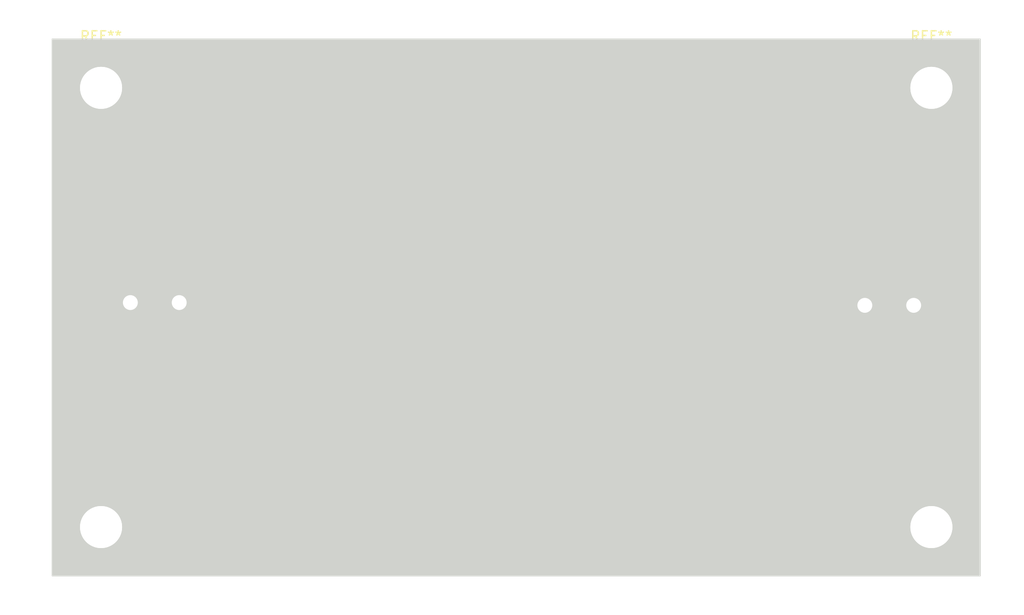
<source format=kicad_pcb>
(kicad_pcb (version 20211014) (generator pcbnew)
  (layers (0 "F.Cu" signal) (31 "B.Cu" signal) (34 "B.Paste" user) (35 "F.Paste" user) (36 "B.SilkS" user "B.Silkscreen") (37 "F.SilkS" user "F.Silkscreen") (38 "B.Mask" user) (39 "F.Mask" user) (44 "Edge.Cuts" user))
  (net 0 "")
  (net 1 "GND")
  (footprint "shoulderprint:796681-2" (layer "F.Cu") (at 143.187 87.283001)
    (fp_text reference "REF**" (at 2.75 0) (layer "F.SilkS"))
    (fp_text value "CONN2_796681-2_TEC" (at 2.75 0) (layer "F.SilkS"))
    (fp_text user "*" (at 0 0) (layer "F.SilkS"))
    (fp_circle (center -3.262 0) (end -2.881 0) (layer "B.SilkS") (width 0.12) (fill none))
    (fp_line (start -2.627 4.626999) (end 8.126999 4.626999) (layer "F.SilkS") (width 0.12))
    (fp_line (start 8.126999 -4.627001) (end -2.627 -4.627001) (layer "F.SilkS") (width 0.12))
    (fp_line (start 8.126999 4.626999) (end 8.126999 -4.627001) (layer "F.SilkS") (width 0.12))
    (fp_line (start -2.627 -4.627001) (end -2.627 4.626999) (layer "F.SilkS") (width 0.12))
    (fp_circle (center -3.262 0) (end -2.881 0) (layer "F.SilkS") (width 0.12) (fill none))
    (pad "1" thru_hole circle locked (at 0 0) (size 2.032 2.032) (drill 1.524) (layers *.Cu *.Mask))
    (pad "2" thru_hole circle locked (at 5 0) (size 2.032 2.032) (drill 1.524) (layers *.Cu *.Mask))
  )
  (footprint "Resistor_SMD:R_01005_0402Metric_Pad0.57x0.30mm_HandSolder" (layer "F.Cu") (at 89 102)
    (fp_text reference "REF**" (at 0 -1) (layer "F.SilkS"))
    (fp_text value "R_01005_0402Metric_Pad0.57x0.30mm_HandSolder")
    (pad "1" smd roundrect (at -0.3375 0) (size 0.575 0.3) (layers "F.Cu" "F.Mask"))
    (pad "2" smd roundrect (at 0.3375 0) (size 0.575 0.3) (layers "F.Cu" "F.Mask"))
  )
  (footprint "Resistor_SMD:R_01005_0402Metric_Pad0.57x0.30mm_HandSolder" (layer "F.Cu") (at 80 98)
    (fp_text reference "REF**" (at 0 -1) (layer "F.SilkS"))
    (fp_text value "R_01005_0402Metric_Pad0.57x0.30mm_HandSolder")
    (pad "1" smd roundrect (at -0.3375 0) (size 0.575 0.3) (layers "F.Cu" "F.Mask"))
    (pad "2" smd roundrect (at 0.3375 0) (size 0.575 0.3) (layers "F.Cu" "F.Mask"))
  )
  (footprint "handprint:XZM2MRTNI55W-8" (layer "F.Cu") (at 107 87)
    (fp_text reference "REF**" (at 0 0) (layer "F.SilkS"))
    (fp_text value "LED_XZM2MRTNI55W-8_SLD" (at 0 0) (layer "F.SilkS"))
    (fp_text user "*" (at 0 0) (layer "F.SilkS"))
    (fp_line (start -0.478109 0.9271) (end 0.478109 0.9271) (layer "F.SilkS") (width 0.12))
    (fp_line (start 0.478109 -0.9271) (end -0.478109 -0.9271) (layer "F.SilkS") (width 0.12))
    (fp_circle (center -2.794 0) (end -2.7178 0) (layer "F.SilkS") (width 0.12) (fill none))
    (pad "1" smd rect locked (at -1.3716 0.525) (size 1.1684 0.5588) (layers "F.Cu" "F.Paste" "F.Mask"))
    (pad "2" smd rect locked (at 1.3716 0.525) (size 1.1684 0.5588) (layers "F.Cu" "F.Paste" "F.Mask"))
    (pad "3" smd rect locked (at -1.3716 -0.525) (size 1.1684 0.5588) (layers "F.Cu" "F.Paste" "F.Mask"))
    (pad "4" smd rect locked (at 1.3716 -0.525) (size 1.1684 0.5588) (layers "F.Cu" "F.Paste" "F.Mask"))
  )
  (footprint "shoulderprint:796681-2" (layer "F.Cu") (at 68 87)
    (fp_text reference "REF**" (at 2.75 0) (layer "F.SilkS"))
    (fp_text value "CONN2_796681-2_TEC" (at 2.75 0) (layer "F.SilkS"))
    (fp_text user "*" (at 0 0) (layer "F.SilkS"))
    (fp_circle (center -3.262 0) (end -2.881 0) (layer "B.SilkS") (width 0.12) (fill none))
    (fp_line (start -2.627 -4.627001) (end -2.627 4.626999) (layer "F.SilkS") (width 0.12))
    (fp_line (start -2.627 4.626999) (end 8.126999 4.626999) (layer "F.SilkS") (width 0.12))
    (fp_line (start 8.126999 -4.627001) (end -2.627 -4.627001) (layer "F.SilkS") (width 0.12))
    (fp_line (start 8.126999 4.626999) (end 8.126999 -4.627001) (layer "F.SilkS") (width 0.12))
    (fp_circle (center -3.262 0) (end -2.881 0) (layer "F.SilkS") (width 0.12) (fill none))
    (pad "1" thru_hole circle locked (at 0 0) (size 2.032 2.032) (drill 1.524) (layers *.Cu *.Mask))
    (pad "2" thru_hole circle locked (at 5 0) (size 2.032 2.032) (drill 1.524) (layers *.Cu *.Mask))
  )
  (footprint "Resistor_SMD:R_01005_0402Metric_Pad0.57x0.30mm_HandSolder" (layer "F.Cu") (at 108 94)
    (fp_text reference "REF**" (at 0 -1) (layer "F.SilkS"))
    (fp_text value "R_01005_0402Metric_Pad0.57x0.30mm_HandSolder")
    (pad "1" smd roundrect (at -0.3375 0) (size 0.575 0.3) (layers "F.Cu" "F.Mask"))
    (pad "2" smd roundrect (at 0.3375 0) (size 0.575 0.3) (layers "F.Cu" "F.Mask"))
  )
  (footprint "MountingHole:MountingHole_4.3mm_M4" (layer "F.Cu") (at 65 110)
    (fp_text reference "REF**" (at 0 -5.3) (layer "F.SilkS"))
    (fp_text value "MountingHole_4.3mm_M4")
    (pad "" np_thru_hole circle (at 0 0) (size 4.3 4.3) (drill 4.3) (layers *.Cu *.Mask))
    (pad "" np_thru_hole circle (at 0 0) (size 4.3 4.3) (drill 4.3) (layers *.Cu *.Mask))
  )
  (footprint "footprints:BSR19A" (layer "F.Cu") (at 107 103)
    (fp_text reference "REF**" (at 0 0) (layer "F.SilkS"))
    (fp_text value "SOT23_NXP" (at 0 0) (layer "F.SilkS"))
    (fp_text user "*" (at 0 0) (layer "F.SilkS"))
    (fp_line (start -1.6256 -0.8255) (end -1.6256 0.8255) (layer "F.SilkS") (width 0.12))
    (fp_line (start 1.6256 0.8255) (end 1.6256 -0.8255) (layer "F.SilkS") (width 0.12))
    (fp_line (start 1.6256 -0.8255) (end 0.61214 -0.8255) (layer "F.SilkS") (width 0.12))
    (fp_line (start -0.61214 -0.8255) (end -1.6256 -0.8255) (layer "F.SilkS") (width 0.12))
    (fp_line (start -0.34036 0.8255) (end 0.34036 0.8255) (layer "F.SilkS") (width 0.12))
    (fp_circle (center -2.7686 1.25) (end -2.6416 1.25) (layer "F.SilkS") (width 0.12) (fill none))
    (pad "1" smd rect (at -0.9525 0.9452) (size 0.5588 1.3208) (layers "F.Cu" "F.Paste" "F.Mask"))
    (pad "2" smd rect (at 0.9525 0.9452) (size 0.5588 1.3208) (layers "F.Cu" "F.Paste" "F.Mask"))
    (pad "3" smd rect (at 0 -0.84725) (size 0.5588 1.3208) (layers "F.Cu" "F.Paste" "F.Mask"))
  )
  (footprint "MountingHole:MountingHole_4.3mm_M4" (layer "F.Cu") (at 65 65)
    (fp_text reference "REF**" (at 0 -5.3) (layer "F.SilkS"))
    (fp_text value "MountingHole_4.3mm_M4")
    (pad "" np_thru_hole circle (at 0 0) (size 4.3 4.3) (drill 4.3) (layers *.Cu *.Mask))
    (pad "" np_thru_hole circle (at 0 0) (size 4.3 4.3) (drill 4.3) (layers *.Cu *.Mask))
  )
  (footprint "MountingHole:MountingHole_4.3mm_M4" (layer "F.Cu") (at 150 110)
    (fp_text reference "REF**" (at 0 -5.3) (layer "F.SilkS"))
    (fp_text value "MountingHole_4.3mm_M4")
    (pad "" np_thru_hole circle (at 0 0) (size 4.3 4.3) (drill 4.3) (layers *.Cu *.Mask))
    (pad "" np_thru_hole circle (at 0 0) (size 4.3 4.3) (drill 4.3) (layers *.Cu *.Mask))
  )
  (footprint "MountingHole:MountingHole_4.3mm_M4" (layer "F.Cu") (at 150 65)
    (fp_text reference "REF**" (at 0 -5.3) (layer "F.SilkS"))
    (fp_text value "MountingHole_4.3mm_M4")
    (pad "" np_thru_hole circle (at 0 0) (size 4.3 4.3) (drill 4.3) (layers *.Cu *.Mask))
    (pad "" np_thru_hole circle (at 0 0) (size 4.3 4.3) (drill 4.3) (layers *.Cu *.Mask))
  )
  (gr_circle (center 65 65) (end 67.236067 66) (layer "Edge.Cuts") (width 0.1) (fill none))
  (gr_circle (center 150 65) (end 151 67) (layer "Edge.Cuts") (width 0.1) (fill none))
  (gr_circle (center 65 110) (end 65 112.236067) (layer "Edge.Cuts") (width 0.1) (fill none))
  (gr_rect (start 60 60) (end 155 115) (layer "Edge.Cuts") (width 0.1) (fill none))
  (gr_circle (center 150 110) (end 152.236067 111) (layer "Edge.Cuts") (width 0.1) (fill none))
  (gr_circle (center 65 65) (end 66 67) (layer "Edge.Cuts") (width 0.1) (fill none))
  (gr_circle (center 150 65) (end 150 67.236067) (layer "Edge.Cuts") (width 0.1) (fill none))
  (gr_circle (center 65 110) (end 66 112) (layer "Edge.Cuts") (width 0.1) (fill none))
  (gr_circle (center 65 65) (end 67.236067 66) (layer "Edge.Cuts") (width 0.1) (fill none))
  (gr_circle (center 65 65) (end 66 67) (layer "Edge.Cuts") (width 0.1) (fill none))
  (gr_circle (center 150 110) (end 150 112.236067) (layer "Edge.Cuts") (width 0.1) (fill none))
  (gr_circle (center 65 65) (end 65 67.236067) (layer "Edge.Cuts") (width 0.1) (fill none))
  (gr_circle (center 150 110) (end 151 112) (layer "Edge.Cuts") (width 0.1) (fill none))
  (gr_circle (center 65 65) (end 65 67.236067) (layer "Edge.Cuts") (width 0.1) (fill none))
  (gr_circle (center 65 110) (end 67.236067 111) (layer "Edge.Cuts") (width 0.1) (fill none))
  (gr_circle (center 150 65) (end 152.236067 66) (layer "Edge.Cuts") (width 0.1) (fill none))
  (segment (start 107 95) (end 108.3716 93.6284) (width 0.2) (layer "F.Cu") (net 0))
  (segment (start 79 98) (end 84 98) (width 0.2) (layer "F.Cu") (net 0))
  (segment (start 68 87) (end 79 98) (width 0.2) (layer "F.Cu") (net 0))
  (segment (start 142.378999 86.475) (end 143.187 87.283001) (width 0.2) (layer "F.Cu") (net 0))
  (segment (start 107 102.15275) (end 107 95) (width 0.2) (layer "F.Cu") (net 0))
  (segment (start 84 98) (end 89.9452 103.9452) (width 0.2) (layer "F.Cu") (net 0))
  (segment (start 108.3716 86.475) (end 142.378999 86.475) (width 0.2) (layer "F.Cu") (net 0))
  (segment (start 108.3716 93.6284) (end 108.3716 87.525) (width 0.2) (layer "F.Cu") (net 0))
  (segment (start 89.9452 103.9452) (end 106.0475 103.9452) (width 0.2) (layer "F.Cu") (net 0))
  (zone (net 0) (net_name "") (layer "Edge.Cuts") (priority 1) (connect_pads (clearance 0.508)) (min_thickness 0.254) (fill yes (thermal_gap 0.508) (thermal_bridge_width 0.508))
    (polygon (pts (xy 155 115) (xy 60 115) (xy 60 60) (xy 155 60)))
  )
)
</source>
